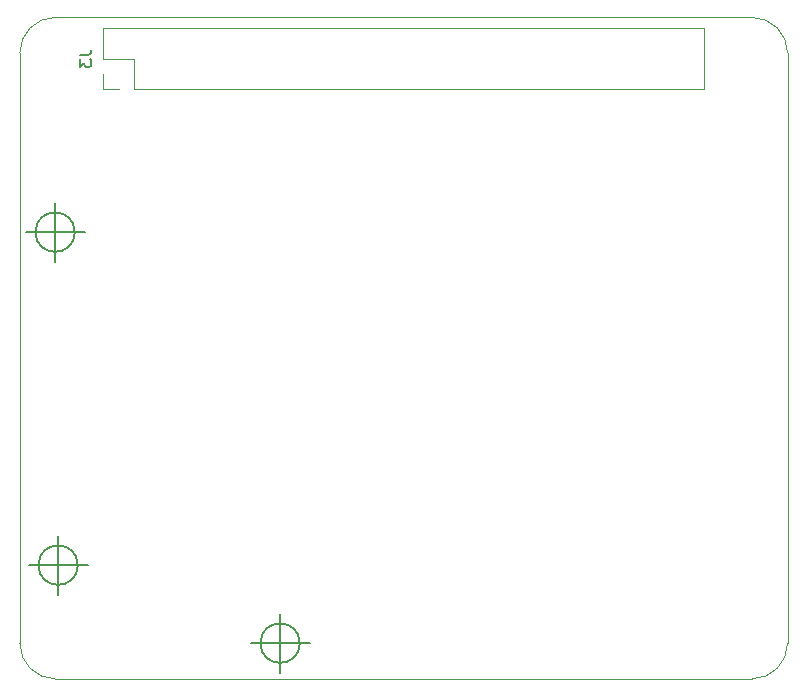
<source format=gbr>
%TF.GenerationSoftware,KiCad,Pcbnew,(5.1.0)-1*%
%TF.CreationDate,2021-12-23T09:16:39+02:00*%
%TF.ProjectId,RPI_HAT_sensors,5250495f-4841-4545-9f73-656e736f7273,rev?*%
%TF.SameCoordinates,Original*%
%TF.FileFunction,Legend,Bot*%
%TF.FilePolarity,Positive*%
%FSLAX46Y46*%
G04 Gerber Fmt 4.6, Leading zero omitted, Abs format (unit mm)*
G04 Created by KiCad (PCBNEW (5.1.0)-1) date 2021-12-23 09:16:39*
%MOMM*%
%LPD*%
G04 APERTURE LIST*
%ADD10C,0.150000*%
%ADD11C,0.100000*%
%ADD12C,0.120000*%
G04 APERTURE END LIST*
D10*
X102250666Y-113792000D02*
G75*
G03X102250666Y-113792000I-1666666J0D01*
G01*
X98084000Y-113792000D02*
X103084000Y-113792000D01*
X100584000Y-111292000D02*
X100584000Y-116292000D01*
X83454666Y-107188000D02*
G75*
G03X83454666Y-107188000I-1666666J0D01*
G01*
X79288000Y-107188000D02*
X84288000Y-107188000D01*
X81788000Y-104688000D02*
X81788000Y-109688000D01*
X83200666Y-78994000D02*
G75*
G03X83200666Y-78994000I-1666666J0D01*
G01*
X79034000Y-78994000D02*
X84034000Y-78994000D01*
X81534000Y-76494000D02*
X81534000Y-81494000D01*
D11*
X78546356Y-63817611D02*
X78546356Y-113817611D01*
X78546356Y-63817611D02*
G75*
G02X81546356Y-60817611I3000000J0D01*
G01*
X140546356Y-60817611D02*
X81546356Y-60817611D01*
X140546356Y-60817611D02*
G75*
G02X143546356Y-63817611I0J-3000000D01*
G01*
X143546356Y-113817611D02*
X143546356Y-63817611D01*
X81546356Y-116817611D02*
G75*
G02X78546356Y-113817611I0J3000000D01*
G01*
X81546356Y-116817611D02*
X140546356Y-116817611D01*
X143546351Y-113822847D02*
G75*
G02X140546356Y-116817611I-2999995J5236D01*
G01*
D12*
X85590000Y-61720000D02*
X85590000Y-64320000D01*
X85590000Y-61720000D02*
X136510000Y-61720000D01*
X136510000Y-61720000D02*
X136510000Y-66920000D01*
X88190000Y-66920000D02*
X136510000Y-66920000D01*
X88190000Y-64320000D02*
X88190000Y-66920000D01*
X85590000Y-64320000D02*
X88190000Y-64320000D01*
X85590000Y-66920000D02*
X86920000Y-66920000D01*
X85590000Y-65590000D02*
X85590000Y-66920000D01*
D10*
X83602380Y-63986666D02*
X84316666Y-63986666D01*
X84459523Y-63939047D01*
X84554761Y-63843809D01*
X84602380Y-63700952D01*
X84602380Y-63605714D01*
X83602380Y-64367619D02*
X83602380Y-64986666D01*
X83983333Y-64653333D01*
X83983333Y-64796190D01*
X84030952Y-64891428D01*
X84078571Y-64939047D01*
X84173809Y-64986666D01*
X84411904Y-64986666D01*
X84507142Y-64939047D01*
X84554761Y-64891428D01*
X84602380Y-64796190D01*
X84602380Y-64510476D01*
X84554761Y-64415238D01*
X84507142Y-64367619D01*
M02*

</source>
